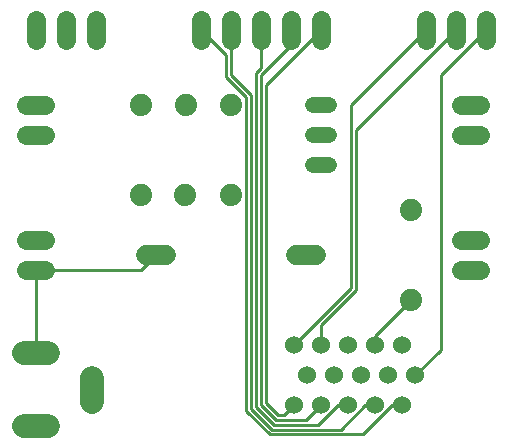
<source format=gbr>
G04 EAGLE Gerber X2 export*
%TF.Part,Single*%
%TF.FileFunction,Copper,L2,Bot,Mixed*%
%TF.FilePolarity,Positive*%
%TF.GenerationSoftware,Autodesk,EAGLE,8.6.0*%
%TF.CreationDate,2018-02-20T16:43:01Z*%
G75*
%MOIN*%
%FSLAX34Y34*%
%LPD*%
%AMOC8*
5,1,8,0,0,1.08239X$1,22.5*%
G01*
%ADD10C,0.074000*%
%ADD11C,0.066000*%
%ADD12C,0.060000*%
%ADD13C,0.078740*%
%ADD14C,0.064500*%
%ADD15C,0.052000*%
%ADD16C,0.010000*%


D10*
X7000Y20000D03*
X7000Y23000D03*
D11*
X7170Y18000D02*
X7830Y18000D01*
X12170Y18000D02*
X12830Y18000D01*
D12*
X16150Y14000D03*
X15700Y15000D03*
X15700Y13000D03*
X14800Y15000D03*
X13900Y15000D03*
X13000Y15000D03*
X12100Y15000D03*
X15250Y14000D03*
X14350Y14000D03*
X13450Y14000D03*
X12550Y14000D03*
X14800Y13000D03*
X13900Y13000D03*
X13000Y13000D03*
X12100Y13000D03*
D10*
X8521Y23000D03*
X8479Y20000D03*
X10000Y23000D03*
X10000Y20000D03*
D13*
X3894Y14720D02*
X3106Y14720D01*
X3106Y12319D02*
X3894Y12319D01*
X5390Y13106D02*
X5390Y13894D01*
D10*
X16000Y19500D03*
X16000Y16500D03*
D14*
X4500Y25178D02*
X4500Y25823D01*
X3500Y25823D02*
X3500Y25178D01*
X5500Y25178D02*
X5500Y25823D01*
X17500Y25823D02*
X17500Y25178D01*
X16500Y25178D02*
X16500Y25823D01*
X18500Y25823D02*
X18500Y25178D01*
X18323Y22000D02*
X17678Y22000D01*
X17678Y23000D02*
X18323Y23000D01*
X3823Y18500D02*
X3178Y18500D01*
X3178Y17500D02*
X3823Y17500D01*
X17678Y17500D02*
X18323Y17500D01*
X18323Y18500D02*
X17678Y18500D01*
X10000Y25178D02*
X10000Y25823D01*
X9000Y25823D02*
X9000Y25178D01*
X11000Y25178D02*
X11000Y25823D01*
X12000Y25823D02*
X12000Y25178D01*
X13000Y25178D02*
X13000Y25823D01*
X3823Y23000D02*
X3178Y23000D01*
X3178Y22000D02*
X3823Y22000D01*
D15*
X12740Y21000D02*
X13260Y21000D01*
X13260Y23000D02*
X12740Y23000D01*
X12740Y22000D02*
X13260Y22000D01*
D16*
X3500Y17500D02*
X3500Y14720D01*
X3500Y17500D02*
X7000Y17500D01*
X7500Y18000D01*
X16150Y14000D02*
X17000Y14850D01*
X17000Y24000D01*
X18500Y25500D01*
X16000Y16500D02*
X14800Y15300D01*
X14800Y15000D01*
X12100Y13000D02*
X11760Y12660D01*
X11566Y12660D01*
X11160Y23660D02*
X13000Y25500D01*
X11160Y13066D02*
X11566Y12660D01*
X11160Y13066D02*
X11160Y23660D01*
X13000Y15674D02*
X13000Y15000D01*
X13000Y15674D02*
X14160Y16834D01*
X14160Y22160D01*
X17500Y25500D01*
X14000Y16900D02*
X12100Y15000D01*
X14000Y16900D02*
X14000Y23000D01*
X16500Y25500D01*
X10520Y12801D02*
X11301Y12020D01*
X15380Y13000D02*
X15700Y13000D01*
X10520Y12801D02*
X10520Y23000D01*
X10520Y23110D01*
X15380Y13000D02*
X14400Y12020D01*
X11301Y12020D01*
X10520Y23110D02*
X10520Y23254D01*
X9840Y23934D01*
X9840Y24660D01*
X9000Y25500D01*
X10680Y12867D02*
X11367Y12180D01*
X14480Y13000D02*
X14800Y13000D01*
X10680Y12867D02*
X10680Y23320D01*
X14480Y13000D02*
X13660Y12180D01*
X11367Y12180D01*
X10680Y23320D02*
X10000Y24000D01*
X10000Y25500D01*
X10840Y12934D02*
X11434Y12340D01*
X13580Y13000D02*
X13900Y13000D01*
X13580Y13000D02*
X12920Y12340D01*
X11434Y12340D01*
X10840Y12934D02*
X10840Y23500D01*
X10840Y23566D01*
X10840Y24066D01*
X11000Y24226D01*
X11000Y25500D01*
X13000Y13000D02*
X12500Y12500D01*
X11500Y12500D01*
X11000Y13000D01*
X11000Y24000D01*
X12000Y25000D01*
X12000Y25500D01*
M02*

</source>
